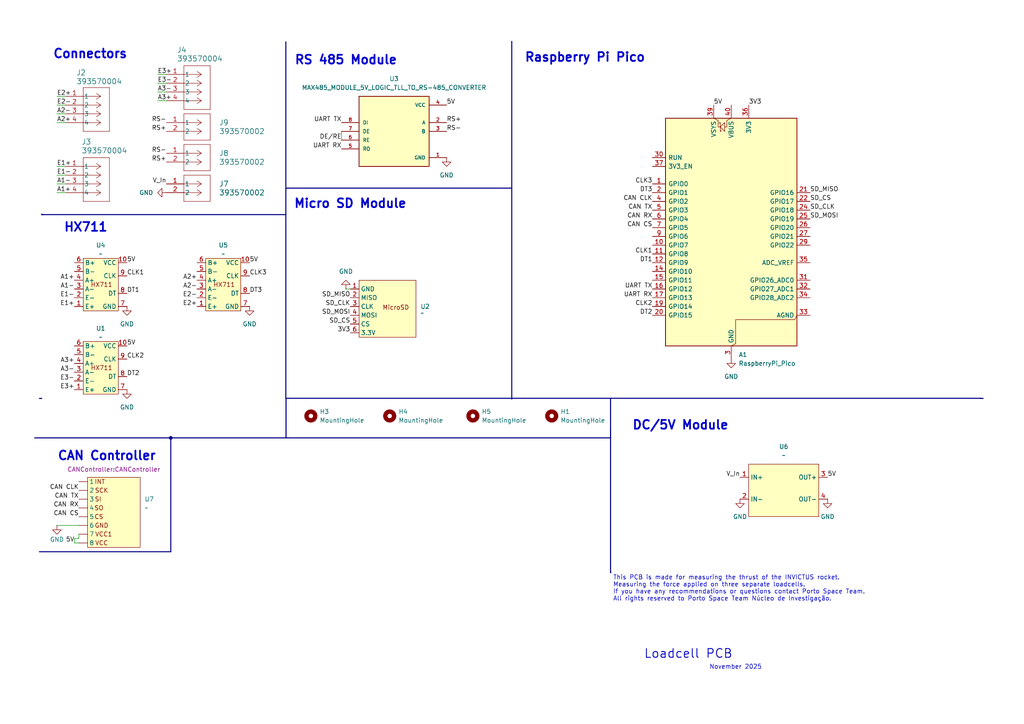
<source format=kicad_sch>
(kicad_sch (version 20250114) (generator "eeschema") (generator_version "9.0")
  (paper "A4")
  (lib_symbols
    (symbol "393570004:393570004" (pin_names (offset 0.254))
      (property "Reference" "J" (at 8.89 6.35 0))
      (property "Value" "393570004" (at 0 0 0))
      (symbol "393570004_1_1"
        (polyline (pts (xy 5.08 2.54) (xy 5.08 -10.16)) (stroke (width 0.127)))
        (polyline (pts (xy 5.08 -10.16) (xy 12.7 -10.16)) (stroke (width 0.127)))
        (polyline (pts (xy 10.16 0) (xy 5.08 0)) (stroke (width 0.127)))
        (polyline (pts (xy 10.16 0) (xy 8.89 0.8467)) (stroke (width 0.127)))
        (polyline (pts (xy 10.16 0) (xy 8.89 -0.8467)) (stroke (width 0.127)))
        (polyline (pts (xy 10.16 -2.54) (xy 5.08 -2.54)) (stroke (width 0.127)))
        (polyline (pts (xy 10.16 -2.54) (xy 8.89 -1.6933)) (stroke (width 0.127)))
        (polyline (pts (xy 10.16 -2.54) (xy 8.89 -3.3867)) (stroke (width 0.127)))
        (polyline (pts (xy 10.16 -5.08) (xy 5.08 -5.08)) (stroke (width 0.127)))
        (polyline (pts (xy 10.16 -5.08) (xy 8.89 -4.2333)) (stroke (width 0.127)))
        (polyline (pts (xy 10.16 -5.08) (xy 8.89 -5.9267)) (stroke (width 0.127)))
        (polyline (pts (xy 10.16 -7.62) (xy 5.08 -7.62)) (stroke (width 0.127)))
        (polyline (pts (xy 10.16 -7.62) (xy 8.89 -6.7733)) (stroke (width 0.127)))
        (polyline (pts (xy 10.16 -7.62) (xy 8.89 -8.4667)) (stroke (width 0.127)))
        (polyline (pts (xy 12.7 2.54) (xy 5.08 2.54)) (stroke (width 0.127)))
        (polyline (pts (xy 12.7 -10.16) (xy 12.7 2.54)) (stroke (width 0.127)))
        (pin unspecified line (at 0 0 0) (length 5.08) (name "1") (number "1"))
        (pin unspecified line (at 0 -2.54 0) (length 5.08) (name "2") (number "2"))
        (pin unspecified line (at 0 -5.08 0) (length 5.08) (name "3") (number "3"))
        (pin unspecified line (at 0 -7.62 0) (length 5.08) (name "4") (number "4"))
      )
      (symbol "393570004_1_2"
        (polyline (pts (xy 5.08 2.54) (xy 5.08 -10.16)) (stroke (width 0.127)))
        (polyline (pts (xy 5.08 -10.16) (xy 12.7 -10.16)) (stroke (width 0.127)))
        (polyline (pts (xy 7.62 0) (xy 5.08 0)) (stroke (width 0.127)))
        (polyline (pts (xy 7.62 0) (xy 8.89 0.8467)) (stroke (width 0.127)))
        (polyline (pts (xy 7.62 0) (xy 8.89 -0.8467)) (stroke (width 0.127)))
        (polyline (pts (xy 7.62 -2.54) (xy 5.08 -2.54)) (stroke (width 0.127)))
        (polyline (pts (xy 7.62 -2.54) (xy 8.89 -1.6933)) (stroke (width 0.127)))
        (polyline (pts (xy 7.62 -2.54) (xy 8.89 -3.3867)) (stroke (width 0.127)))
        (polyline (pts (xy 7.62 -5.08) (xy 5.08 -5.08)) (stroke (width 0.127)))
        (polyline (pts (xy 7.62 -5.08) (xy 8.89 -4.2333)) (stroke (width 0.127)))
        (polyline (pts (xy 7.62 -5.08) (xy 8.89 -5.9267)) (stroke (width 0.127)))
        (polyline (pts (xy 7.62 -7.62) (xy 5.08 -7.62)) (stroke (width 0.127)))
        (polyline (pts (xy 7.62 -7.62) (xy 8.89 -6.7733)) (stroke (width 0.127)))
        (polyline (pts (xy 7.62 -7.62) (xy 8.89 -8.4667)) (stroke (width 0.127)))
        (polyline (pts (xy 12.7 2.54) (xy 5.08 2.54)) (stroke (width 0.127)))
        (polyline (pts (xy 12.7 -10.16) (xy 12.7 2.54)) (stroke (width 0.127)))
        (pin unspecified line (at 0 0 0) (length 5.08) (name "1") (number "1"))
        (pin unspecified line (at 0 -2.54 0) (length 5.08) (name "2") (number "2"))
        (pin unspecified line (at 0 -5.08 0) (length 5.08) (name "3") (number "3"))
        (pin unspecified line (at 0 -7.62 0) (length 5.08) (name "4") (number "4"))
      )
    )
    (symbol "CANController:CANController"
      (property "Reference" "U7" (at 8.89 1.2701 0))
      (property "Value" "~" (at 8.89 -1.2699 0))
      (property "Footprint" "CANController:CANController" (at 0 9.906 0))
      (symbol "CANController_1_1"
        (rectangle (start -7.62 7.62) (end 7.62 -12.7) (fill (type background)))
        (text "SI" (at -4.572 1.27 0) (effects (font (size 1.27 1.27))))
        (text "SO" (at -4.318 -1.27 0) (effects (font (size 1.27 1.27))))
        (text "CS" (at -4.318 -3.81 0) (effects (font (size 1.27 1.27))))
        (text "INT" (at -4.064 6.35 0) (effects (font (size 1.27 1.27))))
        (text "SCK" (at -3.556 3.81 0) (effects (font (size 1.27 1.27))))
        (text "GND" (at -3.556 -6.35 0) (effects (font (size 1.27 1.27))))
        (text "VCC" (at -3.556 -11.43 0) (effects (font (size 1.27 1.27))))
        (text "VCC1" (at -2.9555 -8.89 0) (effects (font (size 1.27 1.27))))
        (pin input line (at -10.16 6.35 0) (length 2.54) (name "1") (number ""))
        (pin input line (at -10.16 3.81 0) (length 2.54) (name "2") (number ""))
        (pin input line (at -10.16 1.27 0) (length 2.54) (name "3") (number ""))
        (pin input line (at -10.16 -1.27 0) (length 2.54) (name "4") (number ""))
        (pin input line (at -10.16 -3.81 0) (length 2.54) (name "5") (number ""))
        (pin input line (at -10.16 -6.35 0) (length 2.54) (name "6") (number ""))
        (pin input line (at -10.16 -8.89 0) (length 2.54) (name "7") (number ""))
        (pin input line (at -10.16 -11.43 0) (length 2.54) (name "8") (number ""))
      )
    )
    (symbol "CONN_SD-39357-001_02P_MOL:393570002" (pin_names (offset 0.254))
      (property "Reference" "J" (at 8.89 6.35 0))
      (property "Value" "393570002" (at 0 0 0))
      (symbol "393570002_1_1"
        (polyline (pts (xy 5.08 2.54) (xy 5.08 -5.08)) (stroke (width 0.127)))
        (polyline (pts (xy 5.08 -5.08) (xy 12.7 -5.08)) (stroke (width 0.127)))
        (polyline (pts (xy 10.16 0) (xy 5.08 0)) (stroke (width 0.127)))
        (polyline (pts (xy 10.16 0) (xy 8.89 0.8467)) (stroke (width 0.127)))
        (polyline (pts (xy 10.16 0) (xy 8.89 -0.8467)) (stroke (width 0.127)))
        (polyline (pts (xy 10.16 -2.54) (xy 5.08 -2.54)) (stroke (width 0.127)))
        (polyline (pts (xy 10.16 -2.54) (xy 8.89 -1.6933)) (stroke (width 0.127)))
        (polyline (pts (xy 10.16 -2.54) (xy 8.89 -3.3867)) (stroke (width 0.127)))
        (polyline (pts (xy 12.7 2.54) (xy 5.08 2.54)) (stroke (width 0.127)))
        (polyline (pts (xy 12.7 -5.08) (xy 12.7 2.54)) (stroke (width 0.127)))
        (pin unspecified line (at 0 0 0) (length 5.08) (name "1") (number "1"))
        (pin unspecified line (at 0 -2.54 0) (length 5.08) (name "2") (number "2"))
      )
      (symbol "393570002_1_2"
        (polyline (pts (xy 5.08 2.54) (xy 5.08 -5.08)) (stroke (width 0.127)))
        (polyline (pts (xy 5.08 -5.08) (xy 12.7 -5.08)) (stroke (width 0.127)))
        (polyline (pts (xy 7.62 0) (xy 5.08 0)) (stroke (width 0.127)))
        (polyline (pts (xy 7.62 0) (xy 8.89 0.8467)) (stroke (width 0.127)))
        (polyline (pts (xy 7.62 0) (xy 8.89 -0.8467)) (stroke (width 0.127)))
        (polyline (pts (xy 7.62 -2.54) (xy 5.08 -2.54)) (stroke (width 0.127)))
        (polyline (pts (xy 7.62 -2.54) (xy 8.89 -1.6933)) (stroke (width 0.127)))
        (polyline (pts (xy 7.62 -2.54) (xy 8.89 -3.3867)) (stroke (width 0.127)))
        (polyline (pts (xy 12.7 2.54) (xy 5.08 2.54)) (stroke (width 0.127)))
        (polyline (pts (xy 12.7 -5.08) (xy 12.7 2.54)) (stroke (width 0.127)))
        (pin unspecified line (at 0 0 0) (length 5.08) (name "1") (number "1"))
        (pin unspecified line (at 0 -2.54 0) (length 5.08) (name "2") (number "2"))
      )
    )
    (symbol "LIFT:HX711"
      (property "Reference" "U" (at 0 0 0))
      (symbol "HX711_1_1"
        (rectangle (start 2.54 7.62) (end 12.7 -7.62) (fill (type background)))
        (text "HX711\n" (at 7.874 0 0) (effects (font (size 1.27 1.27))))
        (pin input line (at 0 6.35 0) (length 2.54) (name "B+") (number "6"))
        (pin input line (at 0 3.81 0) (length 2.54) (name "B-") (number "5"))
        (pin input line (at 0 1.27 0) (length 2.54) (name "A+") (number "4"))
        (pin input line (at 0 -1.27 0) (length 2.54) (name "A-") (number "3"))
        (pin input line (at 0 -3.81 0) (length 2.54) (name "E-") (number "2"))
        (pin input line (at 0 -6.35 0) (length 2.54) (name "E+") (number "1"))
        (pin power_in line (at 15.24 6.35 180) (length 2.54) (name "VCC") (number "10"))
        (pin output line (at 15.24 2.54 180) (length 2.54) (name "CLK") (number "9"))
        (pin output line (at 15.24 -2.54 180) (length 2.54) (name "DT") (number "8"))
        (pin power_in line (at 15.24 -6.35 180) (length 2.54) (name "GND") (number "7"))
      )
    )
    (symbol "LIFT:MicroSD_Reader"
      (property "Reference" "U" (at 0 0 0))
      (symbol "MicroSD_Reader_1_1"
        (rectangle (start 2.54 0) (end 19.05 -16.51) (fill (type background)))
        (text "MicroSD" (at 13.208 -7.874 0) (effects (font (size 1.27 1.27))))
        (pin power_in line (at 0 -2.54 0) (length 2.54) (name "GND") (number "1"))
        (pin output line (at 0 -5.08 0) (length 2.54) (name "MISO") (number "2"))
        (pin bidirectional line (at 0 -7.62 0) (length 2.54) (name "CLK") (number "3"))
        (pin input line (at 0 -10.16 0) (length 2.54) (name "MOSI") (number "4"))
        (pin input line (at 0 -12.7 0) (length 2.54) (name "CS") (number "5"))
        (pin power_in line (at 0 -15.24 0) (length 2.54) (name "3.3V") (number "6"))
      )
    )
    (symbol "MAX485_MODULE_5V_LOGIC_TLL_TO_RS-485_CONVERTER:MAX485_MODULE_5V_LOGIC_TLL_TO_RS-485_CONVERTER" (pin_names (offset 1.016))
      (property "Reference" "U" (at -10.16 11.43 0))
      (property "Value" "MAX485_MODULE_5V_LOGIC_TLL_TO_RS-485_CONVERTER" (at -10.16 -12.7 0))
      (symbol "MAX485_MODULE_5V_LOGIC_TLL_TO_RS-485_CONVERTER_0_0"
        (rectangle (start -10.16 -10.16) (end 10.16 10.16) (stroke (width 0.254)) (fill (type background)))
        (pin input line (at -15.24 2.54 0) (length 5.08) (name "DI") (number "8"))
        (pin input line (at -15.24 0 0) (length 5.08) (name "DE") (number "7"))
        (pin input line (at -15.24 -2.54 0) (length 5.08) (name "RE") (number "6"))
        (pin output line (at -15.24 -5.08 0) (length 5.08) (name "RO") (number "5"))
        (pin power_in line (at 15.24 7.62 180) (length 5.08) (name "VCC") (number "4"))
        (pin bidirectional line (at 15.24 2.54 180) (length 5.08) (name "A") (number "2"))
        (pin bidirectional line (at 15.24 0 180) (length 5.08) (name "B") (number "3"))
        (pin power_in line (at 15.24 -7.62 180) (length 5.08) (name "GND") (number "1"))
      )
    )
    (symbol "MCU_Module:RaspberryPi_Pico" (pin_names (offset 0.762))
      (property "Reference" "A" (at -19.05 35.56 0))
      (property "Value" "RaspberryPi_Pico" (at 7.62 35.56 0))
      (symbol "RaspberryPi_Pico_0_1"
        (rectangle (start -19.05 34.29) (end 19.05 -31.75) (stroke (width 0.254)) (fill (type background)))
        (polyline (pts (xy -5.08 34.29) (xy -3.81 33.655) (xy -3.81 31.75) (xy -3.175 31.75)))
        (polyline (pts (xy -3.429 32.766) (xy -3.429 33.02) (xy -3.175 33.02) (xy -3.175 30.48) (xy -2.921 30.48) (xy -2.921 30.734)))
        (polyline (pts (xy -3.175 31.75) (xy -1.905 33.02) (xy -1.905 30.48) (xy -3.175 31.75)))
        (polyline (pts (xy 0 34.29) (xy -1.27 33.655) (xy -1.27 31.75) (xy -1.905 31.75)))
        (polyline (pts (xy 0 -31.75) (xy 1.27 -31.115) (xy 1.27 -24.13) (xy 18.415 -24.13) (xy 19.05 -22.86)))
      )
      (symbol "RaspberryPi_Pico_1_1"
        (pin passive line (at -22.86 22.86 0) (length 3.81) (name "RUN") (number "30"))
        (pin passive line (at -22.86 20.32 0) (length 3.81) (name "3V3_EN") (number "37"))
        (pin bidirectional line (at -22.86 15.24 0) (length 3.81) (name "GPIO0") (number "1"))
        (pin bidirectional line (at -22.86 12.7 0) (length 3.81) (name "GPIO1") (number "2"))
        (pin bidirectional line (at -22.86 10.16 0) (length 3.81) (name "GPIO2") (number "4"))
        (pin bidirectional line (at -22.86 7.62 0) (length 3.81) (name "GPIO3") (number "5"))
        (pin bidirectional line (at -22.86 5.08 0) (length 3.81) (name "GPIO4") (number "6"))
        (pin bidirectional line (at -22.86 2.54 0) (length 3.81) (name "GPIO5") (number "7"))
        (pin bidirectional line (at -22.86 0 0) (length 3.81) (name "GPIO6") (number "9"))
        (pin bidirectional line (at -22.86 -2.54 0) (length 3.81) (name "GPIO7") (number "10"))
        (pin bidirectional line (at -22.86 -5.08 0) (length 3.81) (name "GPIO8") (number "11"))
        (pin bidirectional line (at -22.86 -7.62 0) (length 3.81) (name "GPIO9") (number "12"))
        (pin bidirectional line (at -22.86 -10.16 0) (length 3.81) (name "GPIO10") (number "14"))
        (pin bidirectional line (at -22.86 -12.7 0) (length 3.81) (name "GPIO11") (number "15"))
        (pin bidirectional line (at -22.86 -15.24 0) (length 3.81) (name "GPIO12") (number "16"))
        (pin bidirectional line (at -22.86 -17.78 0) (length 3.81) (name "GPIO13") (number "17"))
        (pin bidirectional line (at -22.86 -20.32 0) (length 3.81) (name "GPIO14") (number "19"))
        (pin bidirectional line (at -22.86 -22.86 0) (length 3.81) (name "GPIO15") (number "20"))
        (pin power_in line (at -5.08 38.1 270) (length 3.81) (name "VSYS") (number "39"))
        (pin power_out line (at 0 38.1 270) (length 3.81) (name "VBUS") (number "40"))
        (pin passive line (at 0 -35.56 90) (length 3.81) (hide yes) (name "GND") (number "13"))
        (pin passive line (at 0 -35.56 90) (length 3.81) (hide yes) (name "GND") (number "18"))
        (pin passive line (at 0 -35.56 90) (length 3.81) (hide yes) (name "GND") (number "23"))
        (pin passive line (at 0 -35.56 90) (length 3.81) (hide yes) (name "GND") (number "28"))
        (pin power_out line (at 0 -35.56 90) (length 3.81) (name "GND") (number "3"))
        (pin passive line (at 0 -35.56 90) (length 3.81) (hide yes) (name "GND") (number "38"))
        (pin passive line (at 0 -35.56 90) (length 3.81) (hide yes) (name "GND") (number "8"))
        (pin power_out line (at 5.08 38.1 270) (length 3.81) (name "3V3") (number "36"))
        (pin bidirectional line (at 22.86 12.7 180) (length 3.81) (name "GPIO16") (number "21"))
        (pin bidirectional line (at 22.86 10.16 180) (length 3.81) (name "GPIO17") (number "22"))
        (pin bidirectional line (at 22.86 7.62 180) (length 3.81) (name "GPIO18") (number "24"))
        (pin bidirectional line (at 22.86 5.08 180) (length 3.81) (name "GPIO19") (number "25"))
        (pin bidirectional line (at 22.86 2.54 180) (length 3.81) (name "GPIO20") (number "26"))
        (pin bidirectional line (at 22.86 0 180) (length 3.81) (name "GPIO21") (number "27"))
        (pin bidirectional line (at 22.86 -2.54 180) (length 3.81) (name "GPIO22") (number "29"))
        (pin power_in line (at 22.86 -7.62 180) (length 3.81) (name "ADC_VREF") (number "35"))
        (pin bidirectional line (at 22.86 -12.7 180) (length 3.81) (name "GPIO26_ADC0") (number "31"))
        (pin bidirectional line (at 22.86 -15.24 180) (length 3.81) (name "GPIO27_ADC1") (number "32"))
        (pin bidirectional line (at 22.86 -17.78 180) (length 3.81) (name "GPIO28_ADC2") (number "34"))
        (pin power_out line (at 22.86 -22.86 180) (length 3.81) (name "AGND") (number "33"))
      )
    )
    (symbol "Mechanical:MountingHole" (pin_names (offset 1.016))
      (property "Reference" "H" (at 0 5.08 0))
      (property "Value" "MountingHole" (at 0 3.175 0))
      (symbol "MountingHole_0_1"
        (circle (center 0 0) (radius 1.27) (stroke (width 1.27)))
      )
    )
    (symbol "Mini Dc-Dc:MiniDCDCBoost"
      (property "Reference" "U" (at 0 0 0))
      (symbol "MiniDCDCBoost_1_1"
        (rectangle (start -10.16 7.62) (end 10.16 -7.62) (fill (type background)))
        (pin input line (at -12.7 3.81 0) (length 2.54) (name "IN+") (number "1"))
        (pin input line (at -12.7 -2.54 0) (length 2.54) (name "IN-") (number "2"))
        (pin output line (at 12.7 3.81 180) (length 2.54) (name "OUT+") (number "3"))
        (pin output line (at 12.7 -2.54 180) (length 2.54) (name "OUT-") (number "4"))
      )
    )
    (symbol "power:GND" (power) (pin_numbers (hide yes)) (pin_names (offset 0) (hide yes))
      (property "Value" "GND" (at 0 -3.81 0))
      (symbol "GND_0_1"
        (polyline (pts (xy 0 0) (xy 0 -1.27) (xy 1.27 -1.27) (xy 0 -2.54) (xy -1.27 -1.27) (xy 0 -1.27)))
      )
      (symbol "GND_1_1"
        (pin power_in line (at 0 0 270) (length 0) (name "~") (number "1"))
      )
    )
  )
  (text "HX711" (at 24.892 66.04 0) (effects (font (size 2.54 2.54) (thickness 0.508) (bold yes))))
  (text "Raspberry Pi Pico" (at 169.672 16.764 0) (effects (font (size 2.54 2.54) (thickness 0.508) (bold yes))))
  (text "This PCB is made for measuring the thrust of the INVICTUS rocket.\nMeasuring the force applied on three separate loadcells.\n\nAll rights reserved to Porto Space Team Núcleo de Investigação." (at 177.8 170.688 0) (effects (font (size 1.27 1.27)) (justify left)))
  (text "Loadcell PCB\n" (at 199.644 189.738 0) (effects (font (size 2.54 2.54) (thickness 0.254))))
  (text "Connectors" (at 26.162 15.748 0) (effects (font (size 2.54 2.54) (thickness 0.508) (bold yes))))
  (text "November 2025" (at 213.36 193.548 0) (effects (font (size 1.27 1.27))))
  (text "DC/5V Module" (at 197.358 123.444 0) (effects (font (size 2.54 2.54) (thickness 0.508) (bold yes))))
  (text "Micro SD Module" (at 101.6 59.182 0) (effects (font (size 2.54 2.54) (thickness 0.508) (bold yes))))
  (text "CAN Controller\n" (at 30.988 132.334 0) (effects (font (size 2.54 2.54) (thickness 0.508) (bold yes))))
  (text "If you have any recommendations or questions contact Porto Space Team." (at 214.376 171.704 0) (effects (font (size 1.27 1.27))))
  (text "RS 485 Module" (at 100.33 17.526 0) (effects (font (size 2.54 2.54) (thickness 0.508) (bold yes))))
  (junction (at 49.53 127))
  (wire (pts (xy 16.51 53.34) (xy 19.05 53.34)))
  (bus (pts (xy 82.9612 127) (xy 82.9612 115.5211)))
  (wire (pts (xy 45.72 21.59) (xy 48.26 21.59)))
  (wire (pts (xy 16.51 33.02) (xy 19.05 33.02)))
  (bus (pts (xy 285.1115 115.57) (xy 284.48 115.57)))
  (wire (pts (xy 22.86 156.21) (xy 22.86 154.94)))
  (bus (pts (xy 49.53 127) (xy 177.0759 127)))
  (bus (pts (xy 82.9013 12.1417) (xy 82.9013 115.5211)))
  (wire (pts (xy 99.06 38.1) (xy 99.06 40.64)))
  (bus (pts (xy 177.1921 166.079) (xy 177.084 166.079)))
  (wire (pts (xy 16.51 152.4) (xy 22.86 152.4)))
  (bus (pts (xy 12.1108 62.23) (xy 12.7 62.23)))
  (wire (pts (xy 21.59 157.48) (xy 22.86 157.48)))
  (bus (pts (xy 82.9013 62.2494) (xy 12.1108 62.2494)))
  (wire (pts (xy 100.33 83.82) (xy 101.6 83.82)))
  (bus (pts (xy 82.9903 54.5677) (xy 82.9903 54.6793)))
  (wire (pts (xy 16.51 55.88) (xy 19.05 55.88)))
  (wire (pts (xy 21.59 156.21) (xy 21.59 157.48)))
  (bus (pts (xy 177.084 166.079) (xy 177.084 115.5211)))
  (bus (pts (xy 11.43 160.02) (xy 49.53 160.02)))
  (wire (pts (xy 16.51 48.26) (xy 19.05 48.26)))
  (wire (pts (xy 45.72 26.67) (xy 48.26 26.67)))
  (wire (pts (xy 16.51 50.8) (xy 19.05 50.8)))
  (bus (pts (xy 82.9013 115.5211) (xy 284.48 115.5211)))
  (bus (pts (xy 49.53 127) (xy 49.53 160.02)))
  (wire (pts (xy 16.51 27.94) (xy 19.05 27.94)))
  (bus (pts (xy 284.48 115.5211) (xy 284.48 115.57)))
  (bus (pts (xy 12.0624 115.57) (xy 11.43 115.57)))
  (wire (pts (xy 21.59 156.21) (xy 22.86 156.21)))
  (bus (pts (xy 177.0759 127) (xy 177.0759 124.4441)))
  (bus (pts (xy 148.4259 54.5677) (xy 82.9903 54.5677)))
  (bus (pts (xy 148.4259 12.0075) (xy 148.4259 115.738)))
  (bus (pts (xy 12.1108 62.108) (xy 12.1108 62.2494)))
  (bus (pts (xy 285.1115 115.5211) (xy 285.1115 115.57)))
  (wire (pts (xy 45.72 24.13) (xy 48.26 24.13)))
  (wire (pts (xy 45.72 29.21) (xy 48.26 29.21)))
  (wire (pts (xy 16.51 35.56) (xy 19.05 35.56)))
  (bus (pts (xy 10.0521 127) (xy 49.53 127)))
  (wire (pts (xy 16.51 30.48) (xy 19.05 30.48)))
  (bus (pts (xy 12.0624 115.5211) (xy 12.0624 115.57)))
  (label "UART TX" (at 99.06 35.56 180))
  (label "UART RX" (at 99.06 43.18 180))
  (label "A1-" (at 21.59 83.82 180))
  (label "E2-" (at 57.15 86.36 180))
  (label "RS-" (at 48.26 35.56 180))
  (label "SD_MOSI" (at 234.95 63.5 0))
  (label "DT2" (at 36.83 109.22 0))
  (label "RS+" (at 48.26 38.1 180))
  (label "DT3" (at 72.39 85.09 0))
  (label "CAN RX" (at 22.86 147.32 180) (effects (font (thickness 0.1588))))
  (label "E1-" (at 21.59 86.36 180))
  (label "E3-" (at 45.72 24.13 0))
  (label "CAN CS" (at 189.23 66.04 180) (effects (font (thickness 0.1588))))
  (label "DT1" (at 189.23 76.2 180))
  (label "CLK3" (at 72.39 80.01 0))
  (label "CLK1" (at 189.23 73.66 180))
  (label "CAN TX" (at 22.86 144.78 180) (effects (font (thickness 0.1588))))
  (label "CLK2" (at 36.83 104.14 0))
  (label "5V" (at 36.83 76.2 0))
  (label "A1+" (at 21.59 81.28 180))
  (label "V_In" (at 214.63 138.43 180))
  (label "A1+" (at 16.51 55.88 0))
  (label "DT3" (at 189.23 55.88 180))
  (label "E3+" (at 45.72 21.59 0))
  (label "CAN CS" (at 22.86 149.86 180) (effects (font (thickness 0.1588))))
  (label "V_In" (at 48.26 53.34 180))
  (label "E3+" (at 21.59 113.03 180))
  (label "A3+" (at 21.59 105.41 180))
  (label "A3-" (at 21.59 107.95 180))
  (label "E3-" (at 21.59 110.49 180))
  (label "5V" (at 72.39 76.2 0))
  (label "SD_CS" (at 101.6 93.98 180))
  (label "SD_MISO" (at 101.6 86.36 180))
  (label "SD_CLK" (at 101.6 88.9 180))
  (label "SD_MOSI" (at 101.6 91.44 180))
  (label "A3+" (at 45.72 29.21 0))
  (label "5V" (at 207.01 30.48 0))
  (label "CAN CLK" (at 22.86 142.24 180) (effects (font (thickness 0.1588))))
  (label "" (at 97.79 71.12 0))
  (label "5V" (at 240.03 138.43 0))
  (label "5V" (at 21.59 157.48 180))
  (label "E2+" (at 57.15 88.9 180))
  (label "3V3" (at 217.17 30.48 0))
  (label "E1+" (at 21.59 88.9 180))
  (label "E1+" (at 16.51 48.26 0))
  (label "5V" (at 129.54 30.48 0))
  (label "DE{slash}RE" (at 99.06 40.64 180))
  (label "SD_CLK" (at 234.95 60.96 0))
  (label "A2+" (at 57.15 81.28 180))
  (label "CAN CLK" (at 189.23 58.42 180) (effects (font (thickness 0.1588))))
  (label "DT1" (at 36.83 85.09 0))
  (label "5V" (at 36.83 100.33 0))
  (label "RS+" (at 129.54 35.56 0))
  (label "RS-" (at 129.54 38.1 0))
  (label "RS+" (at 48.26 46.99 180))
  (label "RS-" (at 48.26 44.45 180))
  (label "CLK2" (at 189.23 88.9 180))
  (label "A1-" (at 16.51 53.34 0))
  (label "E2+" (at 16.51 27.94 0))
  (label "3V3" (at 101.6 96.52 180))
  (label "CAN RX" (at 189.23 63.5 180) (effects (font (thickness 0.1588))))
  (label "A2-" (at 16.51 33.02 0))
  (label "UART TX" (at 189.23 83.82 180))
  (label "UART RX" (at 189.23 86.36 180))
  (label "CLK1" (at 36.83 80.01 0))
  (label "A2+" (at 16.51 35.56 0))
  (label "A3-" (at 45.72 26.67 0))
  (label "E2-" (at 16.51 30.48 0))
  (label "E1-" (at 16.51 50.8 0))
  (label "DT2" (at 189.23 91.44 180))
  (label "CAN TX" (at 189.23 60.96 180) (effects (font (thickness 0.1588))))
  (label "A2-" (at 57.15 83.82 180))
  (label "CLK3" (at 189.23 53.34 180))
  (label "SD_CS" (at 234.95 58.42 0))
  (label "SD_MISO" (at 234.95 55.88 0))
  (symbol (lib_id "power:GND") (at 72.39 88.9 0) (unit 1)
    (property "Reference" "#PWR03" (effects (hide yes)))
    (property "Value" "GND" (at 72.39 93.98 0))
    (property "Description" "Power symbol creates a global label with name \"GND\" , ground" (effects (hide yes)))
  )
  (symbol (lib_id "power:GND") (at 36.83 113.03 0) (unit 1)
    (property "Reference" "#PWR02" (effects (hide yes)))
    (property "Value" "GND" (at 36.83 118.11 0))
    (property "Description" "Power symbol creates a global label with name \"GND\" , ground" (effects (hide yes)))
  )
  (symbol (lib_id "power:GND") (at 212.09 104.14 0) (unit 1)
    (property "Reference" "#PWR06" (effects (hide yes)))
    (property "Value" "GND" (at 212.09 109.22 0))
    (property "Description" "Power symbol creates a global label with name \"GND\" , ground" (effects (hide yes)))
  )
  (symbol (lib_id "Mechanical:MountingHole") (at 113.03 120.65 0) (unit 1)
    (property "Reference" "H4" (at 115.57 119.3799 0) (effects (justify left)))
    (property "Value" "MountingHole" (at 115.57 121.9199 0) (effects (justify left)))
    (property "Footprint" "MountingHole:MountingHole_3.2mm_M3" (effects (hide yes)))
    (property "Description" "Mounting Hole without connection" (effects (hide yes)))
  )
  (symbol (lib_id "Mechanical:MountingHole") (at 160.02 120.65 0) (unit 1)
    (property "Reference" "H1" (at 162.56 119.3799 0) (effects (justify left)))
    (property "Value" "MountingHole" (at 162.56 121.9199 0) (effects (justify left)))
    (property "Footprint" "MountingHole:MountingHole_3.2mm_M3" (effects (hide yes)))
    (property "Description" "Mounting Hole without connection" (effects (hide yes)))
  )
  (symbol (lib_id "MCU_Module:RaspberryPi_Pico") (at 212.09 68.58 0) (unit 1)
    (property "Reference" "A1" (at 214.2333 102.87 0) (effects (justify left)))
    (property "Value" "RaspberryPi_Pico" (at 214.2333 105.41 0) (effects (justify left)))
    (property "Footprint" "Raspberry Pi Pico:RaspberryPi_Pico_THT" (effects (hide yes)))
    (property "Datasheet" "https://datasheets.raspberrypi.com/pico/pico-datasheet.pdf" (effects (hide yes)))
    (property "Description" "Versatile and inexpensive microcontroller module powered by RP2040 dual-core Arm Cortex-M0+ processor up to 133 MHz, 264kB SRAM, 2MB QSPI flash; also supports Raspberry Pi Pico 2" (effects (hide yes)))
  )
  (symbol (lib_id "LIFT:HX711") (at 57.15 82.55 0) (unit 1)
    (property "Reference" "U5" (at 64.77 71.12 0))
    (property "Value" "~" (at 64.77 73.66 0))
    (property "Footprint" "HX711 Module:HX711" (effects (hide yes)))
  )
  (symbol (lib_id "power:GND") (at 240.03 144.78 0) (unit 1)
    (property "Reference" "#PWR09" (effects (hide yes)))
    (property "Value" "GND" (at 240.03 149.86 0))
    (property "Description" "Power symbol creates a global label with name \"GND\" , ground" (effects (hide yes)))
  )
  (symbol (lib_id "MAX485_MODULE_5V_LOGIC_TLL_TO_RS-485_CONVERTER:MAX485_MODULE_5V_LOGIC_TLL_TO_RS-485_CONVERTER") (at 114.3 38.1 0) (unit 1)
    (property "Reference" "U3" (at 114.3 22.86 0))
    (property "Value" "MAX485_MODULE_5V_LOGIC_TLL_TO_RS-485_CONVERTER" (at 114.3 25.4 0))
    (property "Footprint" "MAX485Module:MODULE_MAX485_MODULE_5V_LOGIC_TLL_TO_RS-485_CONVERTER" (effects (hide yes)))
    (property "MF" "e-Gizmo Mechatronix Central" (effects (hide yes)))
    (property "Description_1" "5V MAX485 TTL To RS485 Converter Module Board  for Arduino" (effects (hide yes)))
    (property "Package" "Package" (effects (hide yes)))
    (property "Price" "None" (effects (hide yes)))
    (property "Check_prices" "https://www.snapeda.com/parts/MAX485%20Module%205V%20logic%20TLL%20to%20RS-485%20converter/e-Gizmo+Mechatronix+Central/view-part/?ref=eda" (effects (hide yes)))
    (property "STANDARD" "Manufacturer Recommendations" (effects (hide yes)))
    (property "PARTREV" "1r0" (effects (hide yes)))
    (property "SnapEDA_Link" "https://www.snapeda.com/parts/MAX485%20Module%205V%20logic%20TLL%20to%20RS-485%20converter/e-Gizmo+Mechatronix+Central/view-part/?ref=snap" (effects (hide yes)))
    (property "MP" "MAX485 Module 5V logic TLL to RS-485 converter" (effects (hide yes)))
    (property "Availability" "Not in stock" (effects (hide yes)))
    (property "MANUFACTURER" "e-Gizmo" (effects (hide yes)))
  )
  (symbol (lib_id "CANController:CANController") (at 33.02 146.05 0) (unit 1)
    (property "Reference" "U7" (at 41.91 144.7799 0) (effects (justify left)))
    (property "Value" "~" (at 41.91 147.3199 0) (effects (justify left)))
    (property "Footprint" "CANController:CANController" (at 33.02 136.144 0))
    (property "Datasheet" "https://storage.googleapis.com/mauser-public-images/prod_description_document/2023/1/d36bdf4f400a0154ebd03932315651d3_096-7617.pdf" (effects (hide yes)))
    (property "Description" "https://mauser.pt/096-7617/joy-it-modulo-controlador-can-spi-mcp2515-mcp2562" (effects (hide yes)))
  )
  (symbol (lib_id "CONN_SD-39357-001_02P_MOL:393570002") (at 48.26 44.45 0) (unit 1)
    (property "Reference" "J8" (at 63.5 44.4499 0) (effects (font (size 1.524 1.524)) (justify left)))
    (property "Value" "393570002" (at 63.5 46.9899 0) (effects (font (size 1.524 1.524)) (justify left)))
    (property "Footprint" "CONN_SD-39357-001_02P_MOL" (effects (hide yes)))
    (property "Datasheet" "https://www.molex.com/en-us/products/part-detail-pdf/393570002?display=pdf" (effects (hide yes)))
  )
  (symbol (lib_id "power:GND") (at 214.63 144.78 0) (unit 1)
    (property "Reference" "#PWR08" (effects (hide yes)))
    (property "Value" "GND" (at 214.63 149.86 0))
    (property "Description" "Power symbol creates a global label with name \"GND\" , ground" (effects (hide yes)))
  )
  (symbol (lib_id "power:GND") (at 100.33 83.82 180) (unit 1)
    (property "Reference" "#PWR05" (effects (hide yes)))
    (property "Value" "GND" (at 100.33 78.74 0))
    (property "Description" "Power symbol creates a global label with name \"GND\" , ground" (effects (hide yes)))
  )
  (symbol (lib_id "LIFT:HX711") (at 21.59 82.55 0) (unit 1)
    (property "Reference" "U4" (at 29.21 71.12 0))
    (property "Value" "~" (at 29.21 73.66 0))
    (property "Footprint" "HX711 Module:HX711" (effects (hide yes)))
  )
  (symbol (lib_id "Mechanical:MountingHole") (at 137.16 120.65 0) (unit 1)
    (property "Reference" "H5" (at 139.7 119.3799 0) (effects (justify left)))
    (property "Value" "MountingHole" (at 139.7 121.9199 0) (effects (justify left)))
    (property "Footprint" "MountingHole:MountingHole_3.2mm_M3" (effects (hide yes)))
    (property "Description" "Mounting Hole without connection" (effects (hide yes)))
  )
  (symbol (lib_id "CONN_SD-39357-001_02P_MOL:393570002") (at 48.26 53.34 0) (unit 1)
    (property "Reference" "J7" (at 63.5 53.3399 0) (effects (font (size 1.524 1.524)) (justify left)))
    (property "Value" "393570002" (at 63.5 55.8799 0) (effects (font (size 1.524 1.524)) (justify left)))
    (property "Footprint" "CONN_SD-39357-001_02P_MOL" (effects (hide yes)))
    (property "Datasheet" "https://www.molex.com/en-us/products/part-detail-pdf/393570002?display=pdf" (effects (hide yes)))
  )
  (symbol (lib_id "393570004:393570004") (at 48.26 21.59 0) (unit 1)
    (property "Reference" "J4" (at 51.308 14.478 0) (effects (font (size 1.524 1.524)) (justify left)))
    (property "Value" "393570004" (at 51.308 17.018 0) (effects (font (size 1.524 1.524)) (justify left)))
    (property "Footprint" "CONN_SD-39357-001_04P_MOL" (effects (hide yes)))
    (property "Datasheet" "https://www.molex.com/en-us/products/part-detail-pdf/393570004?display=pdf" (effects (hide yes)))
  )
  (symbol (lib_id "Mechanical:MountingHole") (at 90.17 120.65 0) (unit 1)
    (property "Reference" "H3" (at 92.71 119.3799 0) (effects (justify left)))
    (property "Value" "MountingHole" (at 92.71 121.9199 0) (effects (justify left)))
    (property "Footprint" "MountingHole:MountingHole_3.2mm_M3" (effects (hide yes)))
    (property "Description" "Mounting Hole without connection" (effects (hide yes)))
  )
  (symbol (lib_id "393570004:393570004") (at 19.05 27.94 0) (unit 1)
    (property "Reference" "J2" (at 22.098 21.082 0) (effects (font (size 1.524 1.524)) (justify left)))
    (property "Value" "393570004" (at 22.098 23.622 0) (effects (font (size 1.524 1.524)) (justify left)))
    (property "Footprint" "CONN_SD-39357-001_04P_MOL" (effects (hide yes)))
    (property "Datasheet" "https://www.molex.com/en-us/products/part-detail-pdf/393570004?display=pdf" (effects (hide yes)))
  )
  (symbol (lib_id "power:GND") (at 48.26 55.88 270) (unit 1)
    (property "Reference" "#PWR07" (effects (hide yes)))
    (property "Value" "GND" (at 44.45 55.8799 90) (effects (justify right)))
    (property "Description" "Power symbol creates a global label with name \"GND\" , ground" (effects (hide yes)))
  )
  (symbol (lib_id "power:GND") (at 16.51 152.4 0) (unit 1)
    (property "Reference" "#PWR010" (effects (hide yes)))
    (property "Value" "GND" (at 16.51 156.464 0))
    (property "Description" "Power symbol creates a global label with name \"GND\" , ground" (effects (hide yes)))
  )
  (symbol (lib_id "Mini Dc-Dc:MiniDCDCBoost") (at 227.33 142.24 0) (unit 1)
    (property "Reference" "U6" (at 227.33 129.54 0))
    (property "Value" "~" (at 227.33 132.08 0))
    (property "Footprint" "minidcdc:MiniDCDC" (effects (hide yes)))
  )
  (symbol (lib_id "LIFT:HX711") (at 21.59 106.68 0) (unit 1)
    (property "Reference" "U1" (at 29.21 95.25 0))
    (property "Value" "~" (at 29.21 97.79 0))
    (property "Footprint" "HX711 Module:HX711" (effects (hide yes)))
  )
  (symbol (lib_id "power:GND") (at 129.54 45.72 0) (unit 1)
    (property "Reference" "#PWR04" (effects (hide yes)))
    (property "Value" "GND" (at 129.54 50.8 0))
    (property "Description" "Power symbol creates a global label with name \"GND\" , ground" (effects (hide yes)))
  )
  (symbol (lib_id "393570004:393570004") (at 19.05 48.26 0) (unit 1)
    (property "Reference" "J3" (at 23.622 41.148 0) (effects (font (size 1.524 1.524)) (justify left)))
    (property "Value" "393570004" (at 23.622 43.688 0) (effects (font (size 1.524 1.524)) (justify left)))
    (property "Footprint" "CONN_SD-39357-001_04P_MOL" (effects (hide yes)))
    (property "Datasheet" "https://www.molex.com/en-us/products/part-detail-pdf/393570004?display=pdf" (effects (hide yes)))
  )
  (symbol (lib_id "CONN_SD-39357-001_02P_MOL:393570002") (at 48.26 35.56 0) (unit 1)
    (property "Reference" "J9" (at 63.5 35.5599 0) (effects (font (size 1.524 1.524)) (justify left)))
    (property "Value" "393570002" (at 63.5 38.0999 0) (effects (font (size 1.524 1.524)) (justify left)))
    (property "Footprint" "CONN_SD-39357-001_02P_MOL" (effects (hide yes)))
    (property "Datasheet" "https://www.molex.com/en-us/products/part-detail-pdf/393570002?display=pdf" (effects (hide yes)))
  )
  (symbol (lib_id "power:GND") (at 36.83 88.9 0) (unit 1)
    (property "Reference" "#PWR01" (effects (hide yes)))
    (property "Value" "GND" (at 36.83 93.98 0))
    (property "Description" "Power symbol creates a global label with name \"GND\" , ground" (effects (hide yes)))
  )
  (symbol (lib_id "LIFT:MicroSD_Reader") (at 101.6 81.28 0) (unit 1)
    (property "Reference" "U2" (at 121.92 88.8999 0) (effects (justify left)))
    (property "Value" "~" (at 121.92 90.805 0) (effects (justify left)))
    (property "Footprint" "MicroSDReader:MicroSD Reader" (effects (hide yes)))
  )
)
</source>
